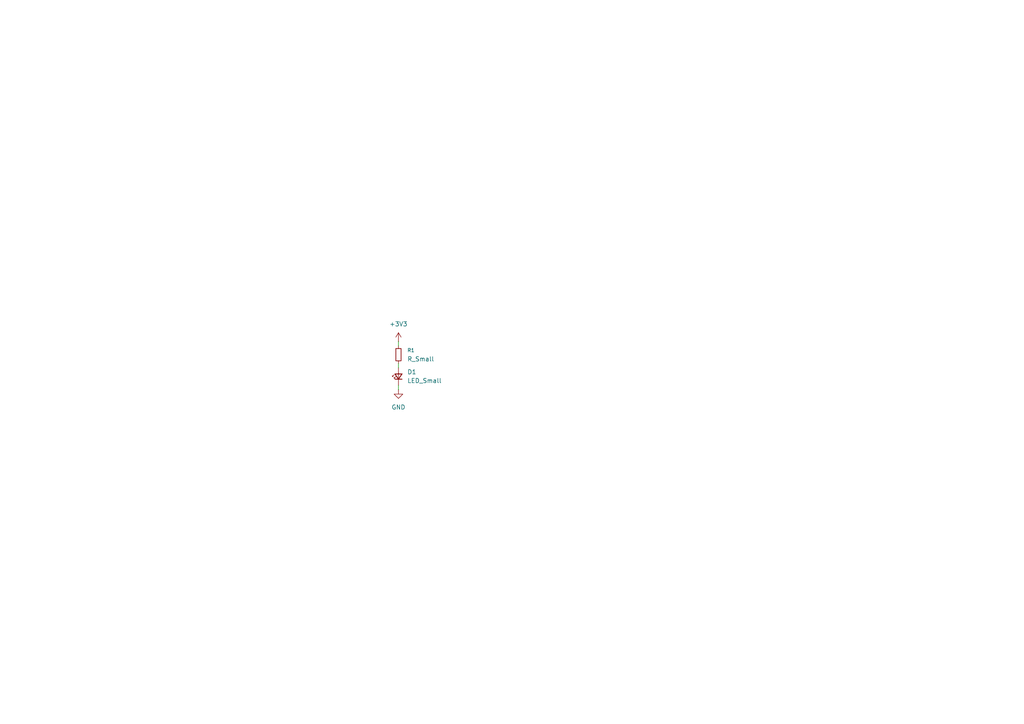
<source format=kicad_sch>
(kicad_sch (version 20250114) (generator "eeschema") (generator_version "9.0")
  (paper "A4")
  (lib_symbols
    (symbol "Device:LED_Small" (pin_numbers (hide yes)) (pin_names (offset 0.254) (hide yes))
      (property "Reference" "D" (at -1.27 3.175 0))
      (property "Value" "LED_Small" (at -4.445 -2.54 0))
      (symbol "LED_Small_0_1"
        (polyline (pts (xy -0.762 -1.016) (xy -0.762 1.016)) (stroke (width 0.254)))
        (polyline (pts (xy 0 0.762) (xy -0.508 1.27) (xy -0.254 1.27) (xy -0.508 1.27) (xy -0.508 1.016)))
        (polyline (pts (xy 0.508 1.27) (xy 0 1.778) (xy 0.254 1.778) (xy 0 1.778) (xy 0 1.524)))
        (polyline (pts (xy 0.762 -1.016) (xy -0.762 0) (xy 0.762 1.016) (xy 0.762 -1.016)) (stroke (width 0.254)))
        (polyline (pts (xy 1.016 0) (xy -0.762 0)))
      )
      (symbol "LED_Small_1_1"
        (pin passive line (at -2.54 0 0) (length 1.778) (name "K") (number "1"))
        (pin passive line (at 2.54 0 180) (length 1.778) (name "A") (number "2"))
      )
    )
    (symbol "Device:R_Small" (pin_numbers (hide yes)) (pin_names (offset 0.254) (hide yes))
      (property "Reference" "R" (at 0 0 90))
      (property "Value" "R_Small" (at 1.778 0 90))
      (symbol "R_Small_0_1"
        (rectangle (start -0.762 1.778) (end 0.762 -1.778) (stroke (width 0.2032)))
      )
      (symbol "R_Small_1_1"
        (pin passive line (at 0 2.54 270) (length 0.762) (name "~") (number "1"))
        (pin passive line (at 0 -2.54 90) (length 0.762) (name "~") (number "2"))
      )
    )
    (symbol "power:+3V3" (power) (pin_numbers (hide yes)) (pin_names (offset 0) (hide yes))
      (property "Value" "+3V3" (at 0 3.556 0))
      (symbol "+3V3_0_1"
        (polyline (pts (xy -0.762 1.27) (xy 0 2.54)))
        (polyline (pts (xy 0 2.54) (xy 0.762 1.27)))
        (polyline (pts (xy 0 0) (xy 0 2.54)))
      )
      (symbol "+3V3_1_1"
        (pin power_in line (at 0 0 90) (length 0) (name "~") (number "1"))
      )
    )
    (symbol "power:GND" (power) (pin_numbers (hide yes)) (pin_names (offset 0) (hide yes))
      (property "Value" "GND" (at 0 -3.81 0))
      (symbol "GND_0_1"
        (polyline (pts (xy 0 0) (xy 0 -1.27) (xy 1.27 -1.27) (xy 0 -2.54) (xy -1.27 -1.27) (xy 0 -1.27)))
      )
      (symbol "GND_1_1"
        (pin power_in line (at 0 0 270) (length 0) (name "~") (number "1"))
      )
    )
  )
  (wire (pts (xy 115.57 111.76) (xy 115.57 113.03)))
  (wire (pts (xy 115.57 99.06) (xy 115.57 100.33)))
  (wire (pts (xy 115.57 105.41) (xy 115.57 106.68)))
  (symbol (lib_id "Device:R_Small") (at 115.57 102.87 0) (unit 1)
    (property "Reference" "R1" (at 118.11 101.5999 0) (effects (font (size 1.016 1.016)) (justify left)))
    (property "Value" "R_Small" (at 118.11 104.1399 0) (effects (justify left)))
    (property "Footprint" "Resistor_SMD:R_0805_2012Metric" (effects (hide yes)))
    (property "Description" "Resistor, small symbol" (effects (hide yes)))
  )
  (symbol (lib_id "power:GND") (at 115.57 113.03 0) (unit 1)
    (property "Reference" "#PWR01" (effects (hide yes)))
    (property "Value" "GND" (at 115.57 118.11 0))
    (property "Description" "Power symbol creates a global label with name \"GND\" , ground" (effects (hide yes)))
  )
  (symbol (lib_id "Device:LED_Small") (at 115.57 109.22 90) (unit 1)
    (property "Reference" "D1" (at 118.11 107.8864 90) (effects (justify right)))
    (property "Value" "LED_Small" (at 118.11 110.4264 90) (effects (justify right)))
    (property "Footprint" "LED_SMD:LED_0805_2012Metric" (effects (hide yes)))
    (property "Description" "Light emitting diode, small symbol" (effects (hide yes)))
    (property "Sim.Pins" "1=K 2=A" (effects (hide yes)))
  )
  (symbol (lib_id "power:+3V3") (at 115.57 99.06 0) (unit 1)
    (property "Reference" "#PWR02" (effects (hide yes)))
    (property "Value" "+3V3" (at 115.57 93.98 0))
    (property "Description" "Power symbol creates a global label with name \"+3V3\"" (effects (hide yes)))
  )
)
</source>
